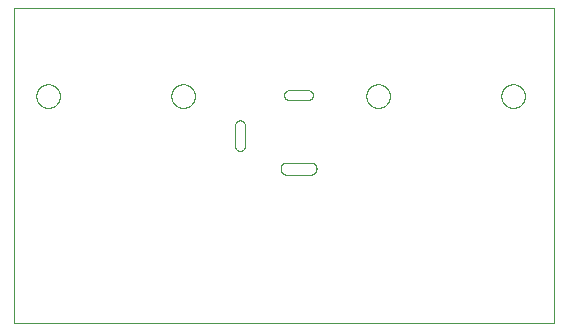
<source format=gko>
G75*
%MOIN*%
%OFA0B0*%
%FSLAX25Y25*%
%IPPOS*%
%LPD*%
%AMOC8*
5,1,8,0,0,1.08239X$1,22.5*
%
%ADD10C,0.00000*%
D10*
X0008333Y0001500D02*
X0188333Y0001500D01*
X0188333Y0106500D01*
X0008333Y0106500D01*
X0008333Y0001500D01*
X0082233Y0060500D02*
X0082233Y0067500D01*
X0082235Y0067579D01*
X0082241Y0067657D01*
X0082250Y0067735D01*
X0082264Y0067812D01*
X0082281Y0067889D01*
X0082302Y0067964D01*
X0082327Y0068039D01*
X0082355Y0068112D01*
X0082387Y0068184D01*
X0082422Y0068254D01*
X0082461Y0068323D01*
X0082503Y0068389D01*
X0082548Y0068453D01*
X0082596Y0068515D01*
X0082647Y0068574D01*
X0082702Y0068631D01*
X0082759Y0068686D01*
X0082818Y0068737D01*
X0082880Y0068785D01*
X0082944Y0068830D01*
X0083010Y0068872D01*
X0083079Y0068911D01*
X0083149Y0068946D01*
X0083221Y0068978D01*
X0083294Y0069006D01*
X0083369Y0069031D01*
X0083444Y0069052D01*
X0083521Y0069069D01*
X0083598Y0069083D01*
X0083676Y0069092D01*
X0083754Y0069098D01*
X0083833Y0069100D01*
X0083912Y0069098D01*
X0083990Y0069092D01*
X0084068Y0069083D01*
X0084145Y0069069D01*
X0084222Y0069052D01*
X0084297Y0069031D01*
X0084372Y0069006D01*
X0084445Y0068978D01*
X0084517Y0068946D01*
X0084587Y0068911D01*
X0084656Y0068872D01*
X0084722Y0068830D01*
X0084786Y0068785D01*
X0084848Y0068737D01*
X0084907Y0068686D01*
X0084964Y0068631D01*
X0085019Y0068574D01*
X0085070Y0068515D01*
X0085118Y0068453D01*
X0085163Y0068389D01*
X0085205Y0068323D01*
X0085244Y0068254D01*
X0085279Y0068184D01*
X0085311Y0068112D01*
X0085339Y0068039D01*
X0085364Y0067964D01*
X0085385Y0067889D01*
X0085402Y0067812D01*
X0085416Y0067735D01*
X0085425Y0067657D01*
X0085431Y0067579D01*
X0085433Y0067500D01*
X0085433Y0060500D01*
X0085431Y0060421D01*
X0085425Y0060343D01*
X0085416Y0060265D01*
X0085402Y0060188D01*
X0085385Y0060111D01*
X0085364Y0060036D01*
X0085339Y0059961D01*
X0085311Y0059888D01*
X0085279Y0059816D01*
X0085244Y0059746D01*
X0085205Y0059677D01*
X0085163Y0059611D01*
X0085118Y0059547D01*
X0085070Y0059485D01*
X0085019Y0059426D01*
X0084964Y0059369D01*
X0084907Y0059314D01*
X0084848Y0059263D01*
X0084786Y0059215D01*
X0084722Y0059170D01*
X0084656Y0059128D01*
X0084587Y0059089D01*
X0084517Y0059054D01*
X0084445Y0059022D01*
X0084372Y0058994D01*
X0084297Y0058969D01*
X0084222Y0058948D01*
X0084145Y0058931D01*
X0084068Y0058917D01*
X0083990Y0058908D01*
X0083912Y0058902D01*
X0083833Y0058900D01*
X0083754Y0058902D01*
X0083676Y0058908D01*
X0083598Y0058917D01*
X0083521Y0058931D01*
X0083444Y0058948D01*
X0083369Y0058969D01*
X0083294Y0058994D01*
X0083221Y0059022D01*
X0083149Y0059054D01*
X0083079Y0059089D01*
X0083010Y0059128D01*
X0082944Y0059170D01*
X0082880Y0059215D01*
X0082818Y0059263D01*
X0082759Y0059314D01*
X0082702Y0059369D01*
X0082647Y0059426D01*
X0082596Y0059485D01*
X0082548Y0059547D01*
X0082503Y0059611D01*
X0082461Y0059677D01*
X0082422Y0059746D01*
X0082387Y0059816D01*
X0082355Y0059888D01*
X0082327Y0059961D01*
X0082302Y0060036D01*
X0082281Y0060111D01*
X0082264Y0060188D01*
X0082250Y0060265D01*
X0082241Y0060343D01*
X0082235Y0060421D01*
X0082233Y0060500D01*
X0099333Y0055000D02*
X0107333Y0055000D01*
X0107421Y0054998D01*
X0107510Y0054992D01*
X0107598Y0054982D01*
X0107685Y0054969D01*
X0107772Y0054951D01*
X0107858Y0054930D01*
X0107943Y0054905D01*
X0108026Y0054876D01*
X0108109Y0054843D01*
X0108189Y0054807D01*
X0108268Y0054768D01*
X0108346Y0054725D01*
X0108421Y0054678D01*
X0108494Y0054628D01*
X0108565Y0054575D01*
X0108634Y0054519D01*
X0108700Y0054460D01*
X0108763Y0054398D01*
X0108823Y0054334D01*
X0108881Y0054267D01*
X0108935Y0054197D01*
X0108987Y0054125D01*
X0109035Y0054051D01*
X0109080Y0053974D01*
X0109121Y0053896D01*
X0109159Y0053816D01*
X0109193Y0053735D01*
X0109224Y0053652D01*
X0109251Y0053567D01*
X0109274Y0053482D01*
X0109293Y0053396D01*
X0109309Y0053308D01*
X0109321Y0053221D01*
X0109329Y0053133D01*
X0109333Y0053044D01*
X0109333Y0052956D01*
X0109329Y0052867D01*
X0109321Y0052779D01*
X0109309Y0052692D01*
X0109293Y0052604D01*
X0109274Y0052518D01*
X0109251Y0052433D01*
X0109224Y0052348D01*
X0109193Y0052265D01*
X0109159Y0052184D01*
X0109121Y0052104D01*
X0109080Y0052026D01*
X0109035Y0051949D01*
X0108987Y0051875D01*
X0108935Y0051803D01*
X0108881Y0051733D01*
X0108823Y0051666D01*
X0108763Y0051602D01*
X0108700Y0051540D01*
X0108634Y0051481D01*
X0108565Y0051425D01*
X0108494Y0051372D01*
X0108421Y0051322D01*
X0108346Y0051275D01*
X0108268Y0051232D01*
X0108189Y0051193D01*
X0108109Y0051157D01*
X0108026Y0051124D01*
X0107943Y0051095D01*
X0107858Y0051070D01*
X0107772Y0051049D01*
X0107685Y0051031D01*
X0107598Y0051018D01*
X0107510Y0051008D01*
X0107421Y0051002D01*
X0107333Y0051000D01*
X0099333Y0051000D01*
X0099245Y0051002D01*
X0099156Y0051008D01*
X0099068Y0051018D01*
X0098981Y0051031D01*
X0098894Y0051049D01*
X0098808Y0051070D01*
X0098723Y0051095D01*
X0098640Y0051124D01*
X0098557Y0051157D01*
X0098477Y0051193D01*
X0098398Y0051232D01*
X0098320Y0051275D01*
X0098245Y0051322D01*
X0098172Y0051372D01*
X0098101Y0051425D01*
X0098032Y0051481D01*
X0097966Y0051540D01*
X0097903Y0051602D01*
X0097843Y0051666D01*
X0097785Y0051733D01*
X0097731Y0051803D01*
X0097679Y0051875D01*
X0097631Y0051949D01*
X0097586Y0052026D01*
X0097545Y0052104D01*
X0097507Y0052184D01*
X0097473Y0052265D01*
X0097442Y0052348D01*
X0097415Y0052433D01*
X0097392Y0052518D01*
X0097373Y0052604D01*
X0097357Y0052692D01*
X0097345Y0052779D01*
X0097337Y0052867D01*
X0097333Y0052956D01*
X0097333Y0053044D01*
X0097337Y0053133D01*
X0097345Y0053221D01*
X0097357Y0053308D01*
X0097373Y0053396D01*
X0097392Y0053482D01*
X0097415Y0053567D01*
X0097442Y0053652D01*
X0097473Y0053735D01*
X0097507Y0053816D01*
X0097545Y0053896D01*
X0097586Y0053974D01*
X0097631Y0054051D01*
X0097679Y0054125D01*
X0097731Y0054197D01*
X0097785Y0054267D01*
X0097843Y0054334D01*
X0097903Y0054398D01*
X0097966Y0054460D01*
X0098032Y0054519D01*
X0098101Y0054575D01*
X0098172Y0054628D01*
X0098245Y0054678D01*
X0098320Y0054725D01*
X0098398Y0054768D01*
X0098477Y0054807D01*
X0098557Y0054843D01*
X0098640Y0054876D01*
X0098723Y0054905D01*
X0098808Y0054930D01*
X0098894Y0054951D01*
X0098981Y0054969D01*
X0099068Y0054982D01*
X0099156Y0054992D01*
X0099245Y0054998D01*
X0099333Y0055000D01*
X0100083Y0075900D02*
X0106583Y0075900D01*
X0106662Y0075902D01*
X0106740Y0075908D01*
X0106818Y0075917D01*
X0106895Y0075931D01*
X0106972Y0075948D01*
X0107047Y0075969D01*
X0107122Y0075994D01*
X0107195Y0076022D01*
X0107267Y0076054D01*
X0107337Y0076089D01*
X0107406Y0076128D01*
X0107472Y0076170D01*
X0107536Y0076215D01*
X0107598Y0076263D01*
X0107657Y0076314D01*
X0107714Y0076369D01*
X0107769Y0076426D01*
X0107820Y0076485D01*
X0107868Y0076547D01*
X0107913Y0076611D01*
X0107955Y0076677D01*
X0107994Y0076746D01*
X0108029Y0076816D01*
X0108061Y0076888D01*
X0108089Y0076961D01*
X0108114Y0077036D01*
X0108135Y0077111D01*
X0108152Y0077188D01*
X0108166Y0077265D01*
X0108175Y0077343D01*
X0108181Y0077421D01*
X0108183Y0077500D01*
X0108181Y0077579D01*
X0108175Y0077657D01*
X0108166Y0077735D01*
X0108152Y0077812D01*
X0108135Y0077889D01*
X0108114Y0077964D01*
X0108089Y0078039D01*
X0108061Y0078112D01*
X0108029Y0078184D01*
X0107994Y0078254D01*
X0107955Y0078323D01*
X0107913Y0078389D01*
X0107868Y0078453D01*
X0107820Y0078515D01*
X0107769Y0078574D01*
X0107714Y0078631D01*
X0107657Y0078686D01*
X0107598Y0078737D01*
X0107536Y0078785D01*
X0107472Y0078830D01*
X0107406Y0078872D01*
X0107337Y0078911D01*
X0107267Y0078946D01*
X0107195Y0078978D01*
X0107122Y0079006D01*
X0107047Y0079031D01*
X0106972Y0079052D01*
X0106895Y0079069D01*
X0106818Y0079083D01*
X0106740Y0079092D01*
X0106662Y0079098D01*
X0106583Y0079100D01*
X0100083Y0079100D01*
X0100004Y0079098D01*
X0099926Y0079092D01*
X0099848Y0079083D01*
X0099771Y0079069D01*
X0099694Y0079052D01*
X0099619Y0079031D01*
X0099544Y0079006D01*
X0099471Y0078978D01*
X0099399Y0078946D01*
X0099329Y0078911D01*
X0099260Y0078872D01*
X0099194Y0078830D01*
X0099130Y0078785D01*
X0099068Y0078737D01*
X0099009Y0078686D01*
X0098952Y0078631D01*
X0098897Y0078574D01*
X0098846Y0078515D01*
X0098798Y0078453D01*
X0098753Y0078389D01*
X0098711Y0078323D01*
X0098672Y0078254D01*
X0098637Y0078184D01*
X0098605Y0078112D01*
X0098577Y0078039D01*
X0098552Y0077964D01*
X0098531Y0077889D01*
X0098514Y0077812D01*
X0098500Y0077735D01*
X0098491Y0077657D01*
X0098485Y0077579D01*
X0098483Y0077500D01*
X0098485Y0077421D01*
X0098491Y0077343D01*
X0098500Y0077265D01*
X0098514Y0077188D01*
X0098531Y0077111D01*
X0098552Y0077036D01*
X0098577Y0076961D01*
X0098605Y0076888D01*
X0098637Y0076816D01*
X0098672Y0076746D01*
X0098711Y0076677D01*
X0098753Y0076611D01*
X0098798Y0076547D01*
X0098846Y0076485D01*
X0098897Y0076426D01*
X0098952Y0076369D01*
X0099009Y0076314D01*
X0099068Y0076263D01*
X0099130Y0076215D01*
X0099194Y0076170D01*
X0099260Y0076128D01*
X0099329Y0076089D01*
X0099399Y0076054D01*
X0099471Y0076022D01*
X0099544Y0075994D01*
X0099619Y0075969D01*
X0099694Y0075948D01*
X0099771Y0075931D01*
X0099848Y0075917D01*
X0099926Y0075908D01*
X0100004Y0075902D01*
X0100083Y0075900D01*
X0125932Y0077169D02*
X0125934Y0077294D01*
X0125940Y0077419D01*
X0125950Y0077543D01*
X0125964Y0077667D01*
X0125981Y0077791D01*
X0126003Y0077914D01*
X0126029Y0078036D01*
X0126058Y0078158D01*
X0126091Y0078278D01*
X0126129Y0078397D01*
X0126169Y0078516D01*
X0126214Y0078632D01*
X0126262Y0078747D01*
X0126314Y0078861D01*
X0126370Y0078973D01*
X0126429Y0079083D01*
X0126491Y0079191D01*
X0126557Y0079298D01*
X0126626Y0079402D01*
X0126699Y0079503D01*
X0126774Y0079603D01*
X0126853Y0079700D01*
X0126935Y0079794D01*
X0127020Y0079886D01*
X0127107Y0079975D01*
X0127198Y0080061D01*
X0127291Y0080144D01*
X0127387Y0080225D01*
X0127485Y0080302D01*
X0127585Y0080376D01*
X0127688Y0080447D01*
X0127793Y0080514D01*
X0127901Y0080579D01*
X0128010Y0080639D01*
X0128121Y0080697D01*
X0128234Y0080750D01*
X0128348Y0080800D01*
X0128464Y0080847D01*
X0128581Y0080889D01*
X0128700Y0080928D01*
X0128820Y0080964D01*
X0128941Y0080995D01*
X0129063Y0081023D01*
X0129185Y0081046D01*
X0129309Y0081066D01*
X0129433Y0081082D01*
X0129557Y0081094D01*
X0129682Y0081102D01*
X0129807Y0081106D01*
X0129931Y0081106D01*
X0130056Y0081102D01*
X0130181Y0081094D01*
X0130305Y0081082D01*
X0130429Y0081066D01*
X0130553Y0081046D01*
X0130675Y0081023D01*
X0130797Y0080995D01*
X0130918Y0080964D01*
X0131038Y0080928D01*
X0131157Y0080889D01*
X0131274Y0080847D01*
X0131390Y0080800D01*
X0131504Y0080750D01*
X0131617Y0080697D01*
X0131728Y0080639D01*
X0131838Y0080579D01*
X0131945Y0080514D01*
X0132050Y0080447D01*
X0132153Y0080376D01*
X0132253Y0080302D01*
X0132351Y0080225D01*
X0132447Y0080144D01*
X0132540Y0080061D01*
X0132631Y0079975D01*
X0132718Y0079886D01*
X0132803Y0079794D01*
X0132885Y0079700D01*
X0132964Y0079603D01*
X0133039Y0079503D01*
X0133112Y0079402D01*
X0133181Y0079298D01*
X0133247Y0079191D01*
X0133309Y0079083D01*
X0133368Y0078973D01*
X0133424Y0078861D01*
X0133476Y0078747D01*
X0133524Y0078632D01*
X0133569Y0078516D01*
X0133609Y0078397D01*
X0133647Y0078278D01*
X0133680Y0078158D01*
X0133709Y0078036D01*
X0133735Y0077914D01*
X0133757Y0077791D01*
X0133774Y0077667D01*
X0133788Y0077543D01*
X0133798Y0077419D01*
X0133804Y0077294D01*
X0133806Y0077169D01*
X0133804Y0077044D01*
X0133798Y0076919D01*
X0133788Y0076795D01*
X0133774Y0076671D01*
X0133757Y0076547D01*
X0133735Y0076424D01*
X0133709Y0076302D01*
X0133680Y0076180D01*
X0133647Y0076060D01*
X0133609Y0075941D01*
X0133569Y0075822D01*
X0133524Y0075706D01*
X0133476Y0075591D01*
X0133424Y0075477D01*
X0133368Y0075365D01*
X0133309Y0075255D01*
X0133247Y0075147D01*
X0133181Y0075040D01*
X0133112Y0074936D01*
X0133039Y0074835D01*
X0132964Y0074735D01*
X0132885Y0074638D01*
X0132803Y0074544D01*
X0132718Y0074452D01*
X0132631Y0074363D01*
X0132540Y0074277D01*
X0132447Y0074194D01*
X0132351Y0074113D01*
X0132253Y0074036D01*
X0132153Y0073962D01*
X0132050Y0073891D01*
X0131945Y0073824D01*
X0131837Y0073759D01*
X0131728Y0073699D01*
X0131617Y0073641D01*
X0131504Y0073588D01*
X0131390Y0073538D01*
X0131274Y0073491D01*
X0131157Y0073449D01*
X0131038Y0073410D01*
X0130918Y0073374D01*
X0130797Y0073343D01*
X0130675Y0073315D01*
X0130553Y0073292D01*
X0130429Y0073272D01*
X0130305Y0073256D01*
X0130181Y0073244D01*
X0130056Y0073236D01*
X0129931Y0073232D01*
X0129807Y0073232D01*
X0129682Y0073236D01*
X0129557Y0073244D01*
X0129433Y0073256D01*
X0129309Y0073272D01*
X0129185Y0073292D01*
X0129063Y0073315D01*
X0128941Y0073343D01*
X0128820Y0073374D01*
X0128700Y0073410D01*
X0128581Y0073449D01*
X0128464Y0073491D01*
X0128348Y0073538D01*
X0128234Y0073588D01*
X0128121Y0073641D01*
X0128010Y0073699D01*
X0127900Y0073759D01*
X0127793Y0073824D01*
X0127688Y0073891D01*
X0127585Y0073962D01*
X0127485Y0074036D01*
X0127387Y0074113D01*
X0127291Y0074194D01*
X0127198Y0074277D01*
X0127107Y0074363D01*
X0127020Y0074452D01*
X0126935Y0074544D01*
X0126853Y0074638D01*
X0126774Y0074735D01*
X0126699Y0074835D01*
X0126626Y0074936D01*
X0126557Y0075040D01*
X0126491Y0075147D01*
X0126429Y0075255D01*
X0126370Y0075365D01*
X0126314Y0075477D01*
X0126262Y0075591D01*
X0126214Y0075706D01*
X0126169Y0075822D01*
X0126129Y0075941D01*
X0126091Y0076060D01*
X0126058Y0076180D01*
X0126029Y0076302D01*
X0126003Y0076424D01*
X0125981Y0076547D01*
X0125964Y0076671D01*
X0125950Y0076795D01*
X0125940Y0076919D01*
X0125934Y0077044D01*
X0125932Y0077169D01*
X0170932Y0077169D02*
X0170934Y0077294D01*
X0170940Y0077419D01*
X0170950Y0077543D01*
X0170964Y0077667D01*
X0170981Y0077791D01*
X0171003Y0077914D01*
X0171029Y0078036D01*
X0171058Y0078158D01*
X0171091Y0078278D01*
X0171129Y0078397D01*
X0171169Y0078516D01*
X0171214Y0078632D01*
X0171262Y0078747D01*
X0171314Y0078861D01*
X0171370Y0078973D01*
X0171429Y0079083D01*
X0171491Y0079191D01*
X0171557Y0079298D01*
X0171626Y0079402D01*
X0171699Y0079503D01*
X0171774Y0079603D01*
X0171853Y0079700D01*
X0171935Y0079794D01*
X0172020Y0079886D01*
X0172107Y0079975D01*
X0172198Y0080061D01*
X0172291Y0080144D01*
X0172387Y0080225D01*
X0172485Y0080302D01*
X0172585Y0080376D01*
X0172688Y0080447D01*
X0172793Y0080514D01*
X0172901Y0080579D01*
X0173010Y0080639D01*
X0173121Y0080697D01*
X0173234Y0080750D01*
X0173348Y0080800D01*
X0173464Y0080847D01*
X0173581Y0080889D01*
X0173700Y0080928D01*
X0173820Y0080964D01*
X0173941Y0080995D01*
X0174063Y0081023D01*
X0174185Y0081046D01*
X0174309Y0081066D01*
X0174433Y0081082D01*
X0174557Y0081094D01*
X0174682Y0081102D01*
X0174807Y0081106D01*
X0174931Y0081106D01*
X0175056Y0081102D01*
X0175181Y0081094D01*
X0175305Y0081082D01*
X0175429Y0081066D01*
X0175553Y0081046D01*
X0175675Y0081023D01*
X0175797Y0080995D01*
X0175918Y0080964D01*
X0176038Y0080928D01*
X0176157Y0080889D01*
X0176274Y0080847D01*
X0176390Y0080800D01*
X0176504Y0080750D01*
X0176617Y0080697D01*
X0176728Y0080639D01*
X0176838Y0080579D01*
X0176945Y0080514D01*
X0177050Y0080447D01*
X0177153Y0080376D01*
X0177253Y0080302D01*
X0177351Y0080225D01*
X0177447Y0080144D01*
X0177540Y0080061D01*
X0177631Y0079975D01*
X0177718Y0079886D01*
X0177803Y0079794D01*
X0177885Y0079700D01*
X0177964Y0079603D01*
X0178039Y0079503D01*
X0178112Y0079402D01*
X0178181Y0079298D01*
X0178247Y0079191D01*
X0178309Y0079083D01*
X0178368Y0078973D01*
X0178424Y0078861D01*
X0178476Y0078747D01*
X0178524Y0078632D01*
X0178569Y0078516D01*
X0178609Y0078397D01*
X0178647Y0078278D01*
X0178680Y0078158D01*
X0178709Y0078036D01*
X0178735Y0077914D01*
X0178757Y0077791D01*
X0178774Y0077667D01*
X0178788Y0077543D01*
X0178798Y0077419D01*
X0178804Y0077294D01*
X0178806Y0077169D01*
X0178804Y0077044D01*
X0178798Y0076919D01*
X0178788Y0076795D01*
X0178774Y0076671D01*
X0178757Y0076547D01*
X0178735Y0076424D01*
X0178709Y0076302D01*
X0178680Y0076180D01*
X0178647Y0076060D01*
X0178609Y0075941D01*
X0178569Y0075822D01*
X0178524Y0075706D01*
X0178476Y0075591D01*
X0178424Y0075477D01*
X0178368Y0075365D01*
X0178309Y0075255D01*
X0178247Y0075147D01*
X0178181Y0075040D01*
X0178112Y0074936D01*
X0178039Y0074835D01*
X0177964Y0074735D01*
X0177885Y0074638D01*
X0177803Y0074544D01*
X0177718Y0074452D01*
X0177631Y0074363D01*
X0177540Y0074277D01*
X0177447Y0074194D01*
X0177351Y0074113D01*
X0177253Y0074036D01*
X0177153Y0073962D01*
X0177050Y0073891D01*
X0176945Y0073824D01*
X0176837Y0073759D01*
X0176728Y0073699D01*
X0176617Y0073641D01*
X0176504Y0073588D01*
X0176390Y0073538D01*
X0176274Y0073491D01*
X0176157Y0073449D01*
X0176038Y0073410D01*
X0175918Y0073374D01*
X0175797Y0073343D01*
X0175675Y0073315D01*
X0175553Y0073292D01*
X0175429Y0073272D01*
X0175305Y0073256D01*
X0175181Y0073244D01*
X0175056Y0073236D01*
X0174931Y0073232D01*
X0174807Y0073232D01*
X0174682Y0073236D01*
X0174557Y0073244D01*
X0174433Y0073256D01*
X0174309Y0073272D01*
X0174185Y0073292D01*
X0174063Y0073315D01*
X0173941Y0073343D01*
X0173820Y0073374D01*
X0173700Y0073410D01*
X0173581Y0073449D01*
X0173464Y0073491D01*
X0173348Y0073538D01*
X0173234Y0073588D01*
X0173121Y0073641D01*
X0173010Y0073699D01*
X0172900Y0073759D01*
X0172793Y0073824D01*
X0172688Y0073891D01*
X0172585Y0073962D01*
X0172485Y0074036D01*
X0172387Y0074113D01*
X0172291Y0074194D01*
X0172198Y0074277D01*
X0172107Y0074363D01*
X0172020Y0074452D01*
X0171935Y0074544D01*
X0171853Y0074638D01*
X0171774Y0074735D01*
X0171699Y0074835D01*
X0171626Y0074936D01*
X0171557Y0075040D01*
X0171491Y0075147D01*
X0171429Y0075255D01*
X0171370Y0075365D01*
X0171314Y0075477D01*
X0171262Y0075591D01*
X0171214Y0075706D01*
X0171169Y0075822D01*
X0171129Y0075941D01*
X0171091Y0076060D01*
X0171058Y0076180D01*
X0171029Y0076302D01*
X0171003Y0076424D01*
X0170981Y0076547D01*
X0170964Y0076671D01*
X0170950Y0076795D01*
X0170940Y0076919D01*
X0170934Y0077044D01*
X0170932Y0077169D01*
X0060932Y0077169D02*
X0060934Y0077294D01*
X0060940Y0077419D01*
X0060950Y0077543D01*
X0060964Y0077667D01*
X0060981Y0077791D01*
X0061003Y0077914D01*
X0061029Y0078036D01*
X0061058Y0078158D01*
X0061091Y0078278D01*
X0061129Y0078397D01*
X0061169Y0078516D01*
X0061214Y0078632D01*
X0061262Y0078747D01*
X0061314Y0078861D01*
X0061370Y0078973D01*
X0061429Y0079083D01*
X0061491Y0079191D01*
X0061557Y0079298D01*
X0061626Y0079402D01*
X0061699Y0079503D01*
X0061774Y0079603D01*
X0061853Y0079700D01*
X0061935Y0079794D01*
X0062020Y0079886D01*
X0062107Y0079975D01*
X0062198Y0080061D01*
X0062291Y0080144D01*
X0062387Y0080225D01*
X0062485Y0080302D01*
X0062585Y0080376D01*
X0062688Y0080447D01*
X0062793Y0080514D01*
X0062901Y0080579D01*
X0063010Y0080639D01*
X0063121Y0080697D01*
X0063234Y0080750D01*
X0063348Y0080800D01*
X0063464Y0080847D01*
X0063581Y0080889D01*
X0063700Y0080928D01*
X0063820Y0080964D01*
X0063941Y0080995D01*
X0064063Y0081023D01*
X0064185Y0081046D01*
X0064309Y0081066D01*
X0064433Y0081082D01*
X0064557Y0081094D01*
X0064682Y0081102D01*
X0064807Y0081106D01*
X0064931Y0081106D01*
X0065056Y0081102D01*
X0065181Y0081094D01*
X0065305Y0081082D01*
X0065429Y0081066D01*
X0065553Y0081046D01*
X0065675Y0081023D01*
X0065797Y0080995D01*
X0065918Y0080964D01*
X0066038Y0080928D01*
X0066157Y0080889D01*
X0066274Y0080847D01*
X0066390Y0080800D01*
X0066504Y0080750D01*
X0066617Y0080697D01*
X0066728Y0080639D01*
X0066838Y0080579D01*
X0066945Y0080514D01*
X0067050Y0080447D01*
X0067153Y0080376D01*
X0067253Y0080302D01*
X0067351Y0080225D01*
X0067447Y0080144D01*
X0067540Y0080061D01*
X0067631Y0079975D01*
X0067718Y0079886D01*
X0067803Y0079794D01*
X0067885Y0079700D01*
X0067964Y0079603D01*
X0068039Y0079503D01*
X0068112Y0079402D01*
X0068181Y0079298D01*
X0068247Y0079191D01*
X0068309Y0079083D01*
X0068368Y0078973D01*
X0068424Y0078861D01*
X0068476Y0078747D01*
X0068524Y0078632D01*
X0068569Y0078516D01*
X0068609Y0078397D01*
X0068647Y0078278D01*
X0068680Y0078158D01*
X0068709Y0078036D01*
X0068735Y0077914D01*
X0068757Y0077791D01*
X0068774Y0077667D01*
X0068788Y0077543D01*
X0068798Y0077419D01*
X0068804Y0077294D01*
X0068806Y0077169D01*
X0068804Y0077044D01*
X0068798Y0076919D01*
X0068788Y0076795D01*
X0068774Y0076671D01*
X0068757Y0076547D01*
X0068735Y0076424D01*
X0068709Y0076302D01*
X0068680Y0076180D01*
X0068647Y0076060D01*
X0068609Y0075941D01*
X0068569Y0075822D01*
X0068524Y0075706D01*
X0068476Y0075591D01*
X0068424Y0075477D01*
X0068368Y0075365D01*
X0068309Y0075255D01*
X0068247Y0075147D01*
X0068181Y0075040D01*
X0068112Y0074936D01*
X0068039Y0074835D01*
X0067964Y0074735D01*
X0067885Y0074638D01*
X0067803Y0074544D01*
X0067718Y0074452D01*
X0067631Y0074363D01*
X0067540Y0074277D01*
X0067447Y0074194D01*
X0067351Y0074113D01*
X0067253Y0074036D01*
X0067153Y0073962D01*
X0067050Y0073891D01*
X0066945Y0073824D01*
X0066837Y0073759D01*
X0066728Y0073699D01*
X0066617Y0073641D01*
X0066504Y0073588D01*
X0066390Y0073538D01*
X0066274Y0073491D01*
X0066157Y0073449D01*
X0066038Y0073410D01*
X0065918Y0073374D01*
X0065797Y0073343D01*
X0065675Y0073315D01*
X0065553Y0073292D01*
X0065429Y0073272D01*
X0065305Y0073256D01*
X0065181Y0073244D01*
X0065056Y0073236D01*
X0064931Y0073232D01*
X0064807Y0073232D01*
X0064682Y0073236D01*
X0064557Y0073244D01*
X0064433Y0073256D01*
X0064309Y0073272D01*
X0064185Y0073292D01*
X0064063Y0073315D01*
X0063941Y0073343D01*
X0063820Y0073374D01*
X0063700Y0073410D01*
X0063581Y0073449D01*
X0063464Y0073491D01*
X0063348Y0073538D01*
X0063234Y0073588D01*
X0063121Y0073641D01*
X0063010Y0073699D01*
X0062900Y0073759D01*
X0062793Y0073824D01*
X0062688Y0073891D01*
X0062585Y0073962D01*
X0062485Y0074036D01*
X0062387Y0074113D01*
X0062291Y0074194D01*
X0062198Y0074277D01*
X0062107Y0074363D01*
X0062020Y0074452D01*
X0061935Y0074544D01*
X0061853Y0074638D01*
X0061774Y0074735D01*
X0061699Y0074835D01*
X0061626Y0074936D01*
X0061557Y0075040D01*
X0061491Y0075147D01*
X0061429Y0075255D01*
X0061370Y0075365D01*
X0061314Y0075477D01*
X0061262Y0075591D01*
X0061214Y0075706D01*
X0061169Y0075822D01*
X0061129Y0075941D01*
X0061091Y0076060D01*
X0061058Y0076180D01*
X0061029Y0076302D01*
X0061003Y0076424D01*
X0060981Y0076547D01*
X0060964Y0076671D01*
X0060950Y0076795D01*
X0060940Y0076919D01*
X0060934Y0077044D01*
X0060932Y0077169D01*
X0015932Y0077169D02*
X0015934Y0077294D01*
X0015940Y0077419D01*
X0015950Y0077543D01*
X0015964Y0077667D01*
X0015981Y0077791D01*
X0016003Y0077914D01*
X0016029Y0078036D01*
X0016058Y0078158D01*
X0016091Y0078278D01*
X0016129Y0078397D01*
X0016169Y0078516D01*
X0016214Y0078632D01*
X0016262Y0078747D01*
X0016314Y0078861D01*
X0016370Y0078973D01*
X0016429Y0079083D01*
X0016491Y0079191D01*
X0016557Y0079298D01*
X0016626Y0079402D01*
X0016699Y0079503D01*
X0016774Y0079603D01*
X0016853Y0079700D01*
X0016935Y0079794D01*
X0017020Y0079886D01*
X0017107Y0079975D01*
X0017198Y0080061D01*
X0017291Y0080144D01*
X0017387Y0080225D01*
X0017485Y0080302D01*
X0017585Y0080376D01*
X0017688Y0080447D01*
X0017793Y0080514D01*
X0017901Y0080579D01*
X0018010Y0080639D01*
X0018121Y0080697D01*
X0018234Y0080750D01*
X0018348Y0080800D01*
X0018464Y0080847D01*
X0018581Y0080889D01*
X0018700Y0080928D01*
X0018820Y0080964D01*
X0018941Y0080995D01*
X0019063Y0081023D01*
X0019185Y0081046D01*
X0019309Y0081066D01*
X0019433Y0081082D01*
X0019557Y0081094D01*
X0019682Y0081102D01*
X0019807Y0081106D01*
X0019931Y0081106D01*
X0020056Y0081102D01*
X0020181Y0081094D01*
X0020305Y0081082D01*
X0020429Y0081066D01*
X0020553Y0081046D01*
X0020675Y0081023D01*
X0020797Y0080995D01*
X0020918Y0080964D01*
X0021038Y0080928D01*
X0021157Y0080889D01*
X0021274Y0080847D01*
X0021390Y0080800D01*
X0021504Y0080750D01*
X0021617Y0080697D01*
X0021728Y0080639D01*
X0021838Y0080579D01*
X0021945Y0080514D01*
X0022050Y0080447D01*
X0022153Y0080376D01*
X0022253Y0080302D01*
X0022351Y0080225D01*
X0022447Y0080144D01*
X0022540Y0080061D01*
X0022631Y0079975D01*
X0022718Y0079886D01*
X0022803Y0079794D01*
X0022885Y0079700D01*
X0022964Y0079603D01*
X0023039Y0079503D01*
X0023112Y0079402D01*
X0023181Y0079298D01*
X0023247Y0079191D01*
X0023309Y0079083D01*
X0023368Y0078973D01*
X0023424Y0078861D01*
X0023476Y0078747D01*
X0023524Y0078632D01*
X0023569Y0078516D01*
X0023609Y0078397D01*
X0023647Y0078278D01*
X0023680Y0078158D01*
X0023709Y0078036D01*
X0023735Y0077914D01*
X0023757Y0077791D01*
X0023774Y0077667D01*
X0023788Y0077543D01*
X0023798Y0077419D01*
X0023804Y0077294D01*
X0023806Y0077169D01*
X0023804Y0077044D01*
X0023798Y0076919D01*
X0023788Y0076795D01*
X0023774Y0076671D01*
X0023757Y0076547D01*
X0023735Y0076424D01*
X0023709Y0076302D01*
X0023680Y0076180D01*
X0023647Y0076060D01*
X0023609Y0075941D01*
X0023569Y0075822D01*
X0023524Y0075706D01*
X0023476Y0075591D01*
X0023424Y0075477D01*
X0023368Y0075365D01*
X0023309Y0075255D01*
X0023247Y0075147D01*
X0023181Y0075040D01*
X0023112Y0074936D01*
X0023039Y0074835D01*
X0022964Y0074735D01*
X0022885Y0074638D01*
X0022803Y0074544D01*
X0022718Y0074452D01*
X0022631Y0074363D01*
X0022540Y0074277D01*
X0022447Y0074194D01*
X0022351Y0074113D01*
X0022253Y0074036D01*
X0022153Y0073962D01*
X0022050Y0073891D01*
X0021945Y0073824D01*
X0021837Y0073759D01*
X0021728Y0073699D01*
X0021617Y0073641D01*
X0021504Y0073588D01*
X0021390Y0073538D01*
X0021274Y0073491D01*
X0021157Y0073449D01*
X0021038Y0073410D01*
X0020918Y0073374D01*
X0020797Y0073343D01*
X0020675Y0073315D01*
X0020553Y0073292D01*
X0020429Y0073272D01*
X0020305Y0073256D01*
X0020181Y0073244D01*
X0020056Y0073236D01*
X0019931Y0073232D01*
X0019807Y0073232D01*
X0019682Y0073236D01*
X0019557Y0073244D01*
X0019433Y0073256D01*
X0019309Y0073272D01*
X0019185Y0073292D01*
X0019063Y0073315D01*
X0018941Y0073343D01*
X0018820Y0073374D01*
X0018700Y0073410D01*
X0018581Y0073449D01*
X0018464Y0073491D01*
X0018348Y0073538D01*
X0018234Y0073588D01*
X0018121Y0073641D01*
X0018010Y0073699D01*
X0017900Y0073759D01*
X0017793Y0073824D01*
X0017688Y0073891D01*
X0017585Y0073962D01*
X0017485Y0074036D01*
X0017387Y0074113D01*
X0017291Y0074194D01*
X0017198Y0074277D01*
X0017107Y0074363D01*
X0017020Y0074452D01*
X0016935Y0074544D01*
X0016853Y0074638D01*
X0016774Y0074735D01*
X0016699Y0074835D01*
X0016626Y0074936D01*
X0016557Y0075040D01*
X0016491Y0075147D01*
X0016429Y0075255D01*
X0016370Y0075365D01*
X0016314Y0075477D01*
X0016262Y0075591D01*
X0016214Y0075706D01*
X0016169Y0075822D01*
X0016129Y0075941D01*
X0016091Y0076060D01*
X0016058Y0076180D01*
X0016029Y0076302D01*
X0016003Y0076424D01*
X0015981Y0076547D01*
X0015964Y0076671D01*
X0015950Y0076795D01*
X0015940Y0076919D01*
X0015934Y0077044D01*
X0015932Y0077169D01*
M02*

</source>
